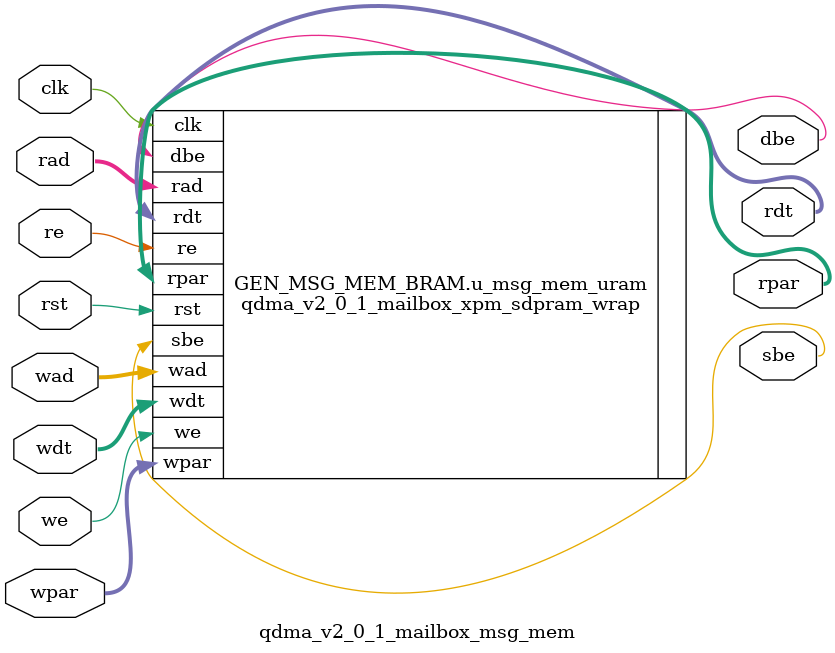
<source format=sv>

`ifndef MAILBOX_MSG_MEM_SV
`define MAILBOX_MSG_MEM_SV

`include "mailbox_defines.svh"

`timescale 1ns/1ps

module qdma_v2_0_1_mailbox_msg_mem
  #(
    parameter MEM_W=32,
    parameter ADR_W=9,  
    parameter WBE_W=1,
    parameter PAR_W=MEM_W/8,  
    parameter USE_URAM=0,
    parameter ECC_ENABLE=1,
    parameter RDT_FFOUT=1		// rdt flop-out
  ) (
  input logic                  clk,
  input logic                  rst,    
  input logic  [WBE_W-1:0]     we,
  input logic  [ADR_W-1:0]     wad,
  input logic  [MEM_W-1:0]     wdt,
  input logic  [PAR_W-1:0]     wpar,    
  input logic                  re,
  input logic  [ADR_W-1:0]     rad,
  output logic [MEM_W-1:0]     rdt,
  output logic [PAR_W-1:0]     rpar,    
  output logic                 sbe,
  output logic                 dbe
);

generate if(USE_URAM==0) begin: GEN_MSG_MEM_BRAM

qdma_v2_0_1_mailbox_xpm_sdpram_wrap 
  #(
    .MEM_W         (MEM_W), 
    .ADR_W         (ADR_W), 
    .WBE_W         (1 ), 
    .ECC_ENABLE    (1), 
    .PARITY_ENABLE (0), 
    .RDT_FFOUT     (RDT_FFOUT)           
  ) u_msg_mem_uram(
  .clk (clk ), 
  .rst (rst ), 
  .we  (we  ), 
  .wad (wad ), 
  .wdt (wdt ), 
  .wpar(wpar), 
  .re  (re  ), 
  .rad (rad ), 
  .rdt (rdt ), 
  .rpar(rpar), 
  .sbe (sbe ), 
  .dbe (dbe )
);

end
endgenerate

generate if(USE_URAM==1) begin: GEN_MSG_MEM_URAM
//Notes: Support 32-bit external memory width only
localparam MEMORY_SIZE      = 32 * (2**ADR_W);
localparam MEMORY_PRIMITIVE ="ultra";
localparam ECC_MODE         = ECC_ENABLE ? ((MEMORY_PRIMITIVE == "ultra")        ? "both_encode_and_decode" :
                                            (MEMORY_PRIMITIVE == "block")        ? "both_encode_and_decode" :
                                                                                   "no_ecc")      : 
                                                                                   "no_ecc";
wire [2*MEM_W-1:0] wdt_2x = {wdt,wdt};
wire [2*MEM_W-1:0] rdt_2x ;
wire [64/8-1:0]    wea;

logic[31:0]        rdt_out;
logic              re_ff;

wire   wad_h =  wad[0];
wire   wad_l = ~wad[0];
assign wea   = {{4{wad_h}}, {4{wad_l}}}; 

always_ff@(posedge clk)
  if(rst) 
    re_ff <= '0;
  else 
    re_ff <= re;

always_ff@(posedge clk)
  if(rst) 
    rdt_out <= '0;
  else
    rdt_out <= ~re_ff ? rdt_out :
               rad[0] ? rdt_2x[63:32] : rdt_2x[31:0];

assign rdt  = rdt_out;
assign rpar = '0;


        xpm_memory_sdpram # (
        
          // Common module parameters
          .MEMORY_SIZE             (MEMORY_SIZE),           //positive integer
          .MEMORY_PRIMITIVE        (MEMORY_PRIMITIVE),      //string; "auto", "distributed", "block" or "ultra";
          .CLOCKING_MODE           ("common_clock"),        //string; "common_clock", "independent_clock" 
          .MEMORY_INIT_FILE        ("none"),                //string; "none" or "<filename>.mem" 
          .MEMORY_INIT_PARAM       (""    ),                //string;
          .USE_MEM_INIT            (1),                     //integer; 0,1
          .WAKEUP_TIME             ("disable_sleep"),       //string; "disable_sleep" or "use_sleep_pin" 
          .MESSAGE_CONTROL         (0),                     //integer; 0,1
          .ECC_MODE                (ECC_MODE),              //string; "no_ecc", "encode_only", "decode_only" or "both_encode_and_decode" 
          .AUTO_SLEEP_TIME         (0),                     //Do not Change
        //  .USE_EMBEDDED_CONSTRAINT (0),                     //integer: 0,1
        
          // Port A module parameters
          .WRITE_DATA_WIDTH_A      (64),     //positive integer
          .BYTE_WRITE_WIDTH_A      (8),     //integer; 8, 9, or WRITE_DATA_WIDTH_A value
          .ADDR_WIDTH_A            (ADR_W-1),                 //positive integer
        
          // Port B module parameters
          .READ_DATA_WIDTH_B       (64),     //positive integer
          .ADDR_WIDTH_B            (ADR_W-1),                 //positive integer
          .READ_RESET_VALUE_B      ("0"),                   //string
          .READ_LATENCY_B          (1),        //non-negative integer
          .WRITE_MODE_B            ("read_first")           //string; "write_first", "read_first", "no_change" 
        
        ) u_msg_mem_bram (
        
          // Common module ports
          .sleep          (1'b0),
          // Port A module ports
          .clka           (clk),
          .ena            (we),
          .wea            (wea),
          .addra          (wad[ADR_W-1:1]),
          .dina           (wdt_2x),
          .injectsbiterra (1'b0),
          .injectdbiterra (1'b0),
          // Port B module ports
          .clkb           (clk),
          .rstb           (rst),
          .enb            (re),
          .regceb         (re),
          .addrb          (rad[ADR_W-1:1]),
          .doutb          (rdt_2x),
          .sbiterrb       (sbe),
          .dbiterrb       (dbe)
        );


end
endgenerate

endmodule 

`endif   // MAILBOX_XPM_SDPRAM_WRAP_SV
				

</source>
